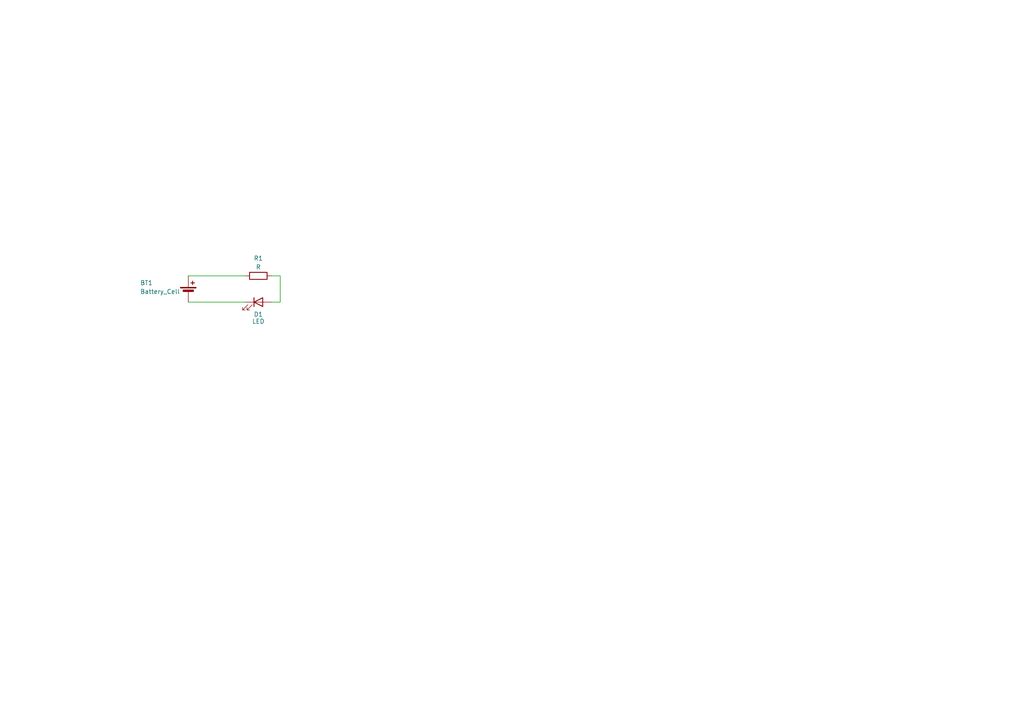
<source format=kicad_sch>
(kicad_sch (version 20231120) (generator "eeschema") (generator_version "8.0")
  (paper "A4")
  (lib_symbols
    (symbol "Device:Battery_Cell" (pin_numbers hide) (pin_names (offset 0) hide)
      (property "Reference" "BT" (at 2.54 2.54 0))
      (property "Value" "Battery_Cell" (at 2.54 0 0))
      (symbol "Battery_Cell_0_1"
        (rectangle (start -2.286 1.778) (end 2.286 1.524) (fill (type outline)))
        (rectangle (start -1.524 1.016) (end 1.524 0.508) (fill (type outline)))
        (polyline (pts (xy 0 0.762) (xy 0 0)))
        (polyline (pts (xy 0 1.778) (xy 0 2.54)))
        (polyline (pts (xy 0.762 3.048) (xy 1.778 3.048)) (stroke (width 0.254)))
        (polyline (pts (xy 1.27 3.556) (xy 1.27 2.54)) (stroke (width 0.254)))
      )
      (symbol "Battery_Cell_1_1"
        (pin passive line (at 0 5.08 270) (length 2.54) (name "+") (number "1"))
        (pin passive line (at 0 -2.54 90) (length 2.54) (name "-") (number "2"))
      )
    )
    (symbol "Device:LED" (pin_numbers hide) (pin_names (offset 1.016) hide)
      (property "Reference" "D" (at 0 2.54 0))
      (property "Value" "LED" (at 0 -2.54 0))
      (symbol "LED_0_1"
        (polyline (pts (xy -1.27 -1.27) (xy -1.27 1.27)) (stroke (width 0.254)))
        (polyline (pts (xy -1.27 0) (xy 1.27 0)))
        (polyline (pts (xy 1.27 -1.27) (xy 1.27 1.27) (xy -1.27 0) (xy 1.27 -1.27)) (stroke (width 0.254)))
        (polyline (pts (xy -3.048 -0.762) (xy -4.572 -2.286) (xy -3.81 -2.286) (xy -4.572 -2.286) (xy -4.572 -1.524)))
        (polyline (pts (xy -1.778 -0.762) (xy -3.302 -2.286) (xy -2.54 -2.286) (xy -3.302 -2.286) (xy -3.302 -1.524)))
      )
      (symbol "LED_1_1"
        (pin passive line (at -3.81 0 0) (length 2.54) (name "K") (number "1"))
        (pin passive line (at 3.81 0 180) (length 2.54) (name "A") (number "2"))
      )
    )
    (symbol "Device:R" (pin_numbers hide) (pin_names (offset 0))
      (property "Reference" "R" (at 2.032 0 90))
      (property "Value" "R" (at 0 0 90))
      (symbol "R_0_1"
        (rectangle (start -1.016 -2.54) (end 1.016 2.54) (stroke (width 0.254)))
      )
      (symbol "R_1_1"
        (pin passive line (at 0 3.81 270) (length 1.27) (name "~") (number "1"))
        (pin passive line (at 0 -3.81 90) (length 1.27) (name "~") (number "2"))
      )
    )
  )
  (wire (pts (xy 81.28 80.01) (xy 81.28 87.63)))
  (wire (pts (xy 54.61 87.63) (xy 71.12 87.63)))
  (wire (pts (xy 54.61 80.01) (xy 71.12 80.01)))
  (wire (pts (xy 81.28 87.63) (xy 78.74 87.63)))
  (wire (pts (xy 81.28 80.01) (xy 78.74 80.01)))
  (symbol (lib_id "Device:Battery_Cell") (at 54.61 85.09 0) (unit 1)
    (property "Reference" "BT1" (at 40.64 82.042 0) (effects (justify left)))
    (property "Value" "Battery_Cell" (at 40.64 84.582 0) (effects (justify left)))
    (property "Footprint" "FS_3_Global_Footprint_Library:MS621FE-FL11E_SEC" (effects (hide yes)))
    (property "Description" "Single-cell battery" (effects (hide yes)))
  )
  (symbol (lib_id "Device:LED") (at 74.93 87.63 0) (unit 1)
    (property "Reference" "D1" (at 74.93 91.186 0))
    (property "Value" "LED" (at 74.93 93.218 0))
    (property "Footprint" "LED_SMD:LED_0805_2012Metric_Pad1.15x1.40mm_HandSolder" (effects (hide yes)))
    (property "Description" "Light emitting diode" (effects (hide yes)))
  )
  (symbol (lib_id "Device:R") (at 74.93 80.01 90) (unit 1)
    (property "Reference" "R1" (at 74.93 74.93 90))
    (property "Value" "R" (at 74.93 77.47 90))
    (property "Footprint" "Resistor_SMD:R_0805_2012Metric_Pad1.20x1.40mm_HandSolder" (effects (hide yes)))
    (property "Description" "Resistor" (effects (hide yes)))
  )
)
</source>
